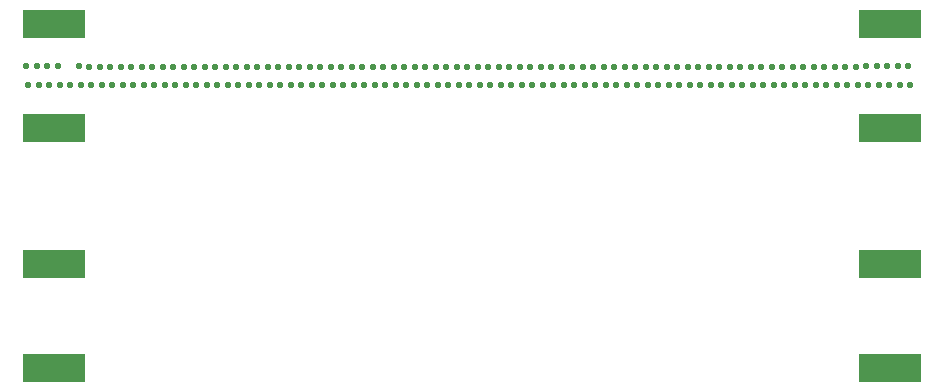
<source format=gbs>
G04*
G04 #@! TF.GenerationSoftware,Altium Limited,Altium Designer,19.1.7 (138)*
G04*
G04 Layer_Color=16711935*
%FSLAX25Y25*%
%MOIN*%
G70*
G01*
G75*
%ADD16R,0.20800X0.09800*%
%ADD18C,0.02300*%
D16*
X10600Y57400D02*
D03*
Y22600D02*
D03*
Y137400D02*
D03*
Y102600D02*
D03*
X289400D02*
D03*
Y137400D02*
D03*
Y22600D02*
D03*
Y57400D02*
D03*
D18*
X282067Y116906D02*
D03*
X114070Y117056D02*
D03*
X155509Y122944D02*
D03*
X152570Y117056D02*
D03*
X89009Y122944D02*
D03*
X183510D02*
D03*
X145571Y117056D02*
D03*
X26010Y122944D02*
D03*
X264570Y117056D02*
D03*
X8513Y123094D02*
D03*
X64509Y122944D02*
D03*
X208010D02*
D03*
X68010D02*
D03*
X29509D02*
D03*
X57509D02*
D03*
X166009D02*
D03*
X100071Y117056D02*
D03*
X128070D02*
D03*
X225510Y122944D02*
D03*
X12574Y116906D02*
D03*
X159571Y117056D02*
D03*
X170071D02*
D03*
X99510Y122944D02*
D03*
X253509D02*
D03*
X215009D02*
D03*
X208571Y117056D02*
D03*
X281506Y123094D02*
D03*
X190509Y122944D02*
D03*
X22510D02*
D03*
X191070Y117056D02*
D03*
X247071D02*
D03*
X5574Y116906D02*
D03*
X149071Y117056D02*
D03*
X218510Y122944D02*
D03*
X78509D02*
D03*
X51070Y117056D02*
D03*
X82570D02*
D03*
X138570D02*
D03*
X261070D02*
D03*
X264009Y122944D02*
D03*
X19013Y123094D02*
D03*
X96009Y122944D02*
D03*
X194009D02*
D03*
X267510D02*
D03*
X134510D02*
D03*
X19574Y116906D02*
D03*
X40571Y117056D02*
D03*
X232509Y122944D02*
D03*
X72070Y117056D02*
D03*
X121071D02*
D03*
X2074Y116906D02*
D03*
X131009Y122944D02*
D03*
X197510D02*
D03*
X79071Y117056D02*
D03*
X65070D02*
D03*
X142070D02*
D03*
X103009Y122944D02*
D03*
X75010D02*
D03*
X33009D02*
D03*
X177070Y117056D02*
D03*
X68571D02*
D03*
X184071D02*
D03*
X257010Y122944D02*
D03*
X292567Y116906D02*
D03*
X50510Y122944D02*
D03*
X145010D02*
D03*
X120510D02*
D03*
X274510D02*
D03*
X236571Y117056D02*
D03*
X163070D02*
D03*
X159010Y122944D02*
D03*
X12013Y123094D02*
D03*
X135071Y117056D02*
D03*
X194571D02*
D03*
X96570D02*
D03*
X229010Y122944D02*
D03*
X180570Y117056D02*
D03*
X187571D02*
D03*
X30070D02*
D03*
X246510Y122944D02*
D03*
X173010D02*
D03*
X106509D02*
D03*
X124571Y117056D02*
D03*
X110010Y122944D02*
D03*
X5013Y123094D02*
D03*
X239510Y122944D02*
D03*
X37071Y117056D02*
D03*
X54571D02*
D03*
X285567Y116906D02*
D03*
X222570Y117056D02*
D03*
X92510Y122944D02*
D03*
X250009D02*
D03*
X226070Y117056D02*
D03*
X176509Y122944D02*
D03*
X295506Y123094D02*
D03*
X36509Y122944D02*
D03*
X1513Y123094D02*
D03*
X61571Y117056D02*
D03*
X292006Y123094D02*
D03*
X201009Y122944D02*
D03*
X271570Y117056D02*
D03*
X33571D02*
D03*
X212070D02*
D03*
X211509Y122944D02*
D03*
X243009D02*
D03*
X89570Y117056D02*
D03*
X162510Y122944D02*
D03*
X278571Y117056D02*
D03*
X268071D02*
D03*
X47010Y122944D02*
D03*
X236010D02*
D03*
X86071Y117056D02*
D03*
X205070D02*
D03*
X219071D02*
D03*
X233070D02*
D03*
X152009Y122944D02*
D03*
X40009D02*
D03*
X117570Y117056D02*
D03*
X138010Y122944D02*
D03*
X180009D02*
D03*
X285006Y123094D02*
D03*
X44071Y117056D02*
D03*
X26570D02*
D03*
X131570D02*
D03*
X127509Y122944D02*
D03*
X271009D02*
D03*
X240071Y117056D02*
D03*
X289067Y116906D02*
D03*
X117009Y122944D02*
D03*
X71509D02*
D03*
X201571Y117056D02*
D03*
X222009Y122944D02*
D03*
X9074Y116906D02*
D03*
X113510Y122944D02*
D03*
X58070Y117056D02*
D03*
X288506Y123094D02*
D03*
X16074Y116906D02*
D03*
X260509Y122944D02*
D03*
X204509D02*
D03*
X141509D02*
D03*
X85510D02*
D03*
X173571Y117056D02*
D03*
X215570D02*
D03*
X166570D02*
D03*
X250571D02*
D03*
X257571D02*
D03*
X107071D02*
D03*
X296067Y116906D02*
D03*
X198071Y117056D02*
D03*
X43510Y122944D02*
D03*
X169509D02*
D03*
X93071Y117056D02*
D03*
X243570D02*
D03*
X61010Y122944D02*
D03*
X54009D02*
D03*
X47570Y117056D02*
D03*
X124010Y122944D02*
D03*
X156070Y117056D02*
D03*
X229571D02*
D03*
X278010Y122944D02*
D03*
X148510D02*
D03*
X103570Y117056D02*
D03*
X187010Y122944D02*
D03*
X75570Y117056D02*
D03*
X254070D02*
D03*
X82010Y122944D02*
D03*
X275071Y117056D02*
D03*
X110571D02*
D03*
X23070D02*
D03*
M02*

</source>
